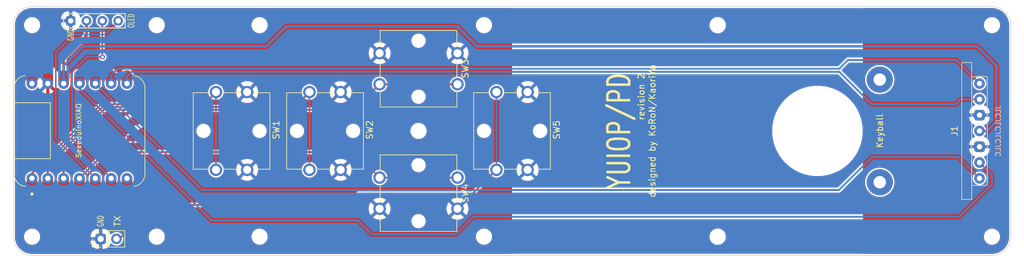
<source format=kicad_pcb>
(kicad_pcb (version 20211014) (generator pcbnew)
  (title_block (title "YUIOP/Pointing Device") (date "2023-01-24") (rev "2") (company "KaoriYa"))
  (layers (0 "F.Cu" signal) (31 "B.Cu" signal) (34 "B.Paste" user) (35 "F.Paste" user) (36 "B.SilkS" user "B.Silkscreen") (37 "F.SilkS" user "F.Silkscreen") (38 "B.Mask" user) (39 "F.Mask" user) (44 "Edge.Cuts" user))
  (net 0 "")
  (net 1 "/MISO")
  (net 2 "/MOSI")
  (net 3 "GND")
  (net 4 "+3V3")
  (net 5 "/NCS")
  (net 6 "/SCK")
  (net 7 "/UART_TX")
  (net 11 "Net-(SW1-Pad2)")
  (net 12 "Net-(SW2-Pad2)")
  (net 13 "Net-(SW3-Pad2)")
  (net 14 "Net-(SW4-Pad2)")
  (net 15 "/SDA")
  (net 16 "/SCL")
  (footprint "MountingHole:MountingHole_2.1mm" (layer "F.Cu") (at 109.5 83)
    (fp_text reference "H2")
    (fp_text value "MountingHole")
    (pad "" np_thru_hole circle (at 0 0) (size 2.1 2.1) (drill 2.1) (layers *.Cu *.Mask))
  )
  (footprint "MountingHole:MountingHole_2.1mm" (layer "F.Cu") (at 109.5 117)
    (fp_text reference "H7")
    (fp_text value "MountingHole")
    (pad "" np_thru_hole circle (at 0 0) (size 2.1 2.1) (drill 2.1) (layers *.Cu *.Mask))
  )
  (footprint "yuiop:SW_PUSH-12mm_v2" (layer "F.Cu") (at 150 100 -90)
    (fp_text reference "SW5" (at -0.17 -7.16 90) (layer "F.SilkS"))
    (fp_text value "SW_Push")
    (fp_line (start -6.15 -6.15) (end 6.15 -6.15) (layer "F.SilkS") (width 0.12))
    (fp_line (start 6.15 -1.4) (end 6.15 1.4) (layer "F.SilkS") (width 0.12))
    (fp_line (start -6.15 6.15) (end -6.15 3.6) (layer "F.SilkS") (width 0.12))
    (fp_line (start -6.15 1.4) (end -6.15 -1.4) (layer "F.SilkS") (width 0.12))
    (fp_line (start 6.15 3.6) (end 6.15 6.15) (layer "F.SilkS") (width 0.12))
    (fp_line (start 6.15 -6.15) (end 6.15 -3.6) (layer "F.SilkS") (width 0.12))
    (fp_line (start -6.15 -3.6) (end -6.15 -6.15) (layer "F.SilkS") (width 0.12))
    (fp_line (start 6.15 6.15) (end -6.15 6.15) (layer "F.SilkS") (width 0.12))
    (pad "" np_thru_hole circle (at 0 -4.5 270) (size 1.524 1.524) (drill 1.8) (layers F&B.Cu *.Mask))
    (pad "" np_thru_hole circle (at 0 4.5 270) (size 1.524 1.524) (drill 1.8) (layers F&B.Cu *.Mask))
    (pad "1" thru_hole circle (at -6.25 -2.5 270) (size 2 2) (drill 1.3) (layers *.Cu *.Mask) (net 3 "GND"))
    (pad "1" thru_hole circle (at 6.25 -2.5 270) (size 2 2) (drill 1.3) (layers *.Cu *.Mask) (net 3 "GND"))
    (pad "2" thru_hole circle (at -6.25 2.5 270) (size 2 2) (drill 1.3) (layers *.Cu *.Mask) (net 7 "/UART_TX"))
    (pad "2" thru_hole circle (at 6.25 2.5 270) (size 2 2) (drill 1.3) (layers *.Cu *.Mask) (net 7 "/UART_TX"))
  )
  (footprint "Connector_PinHeader_2.54mm:PinHeader_1x02_P2.54mm_Vertical" (layer "F.Cu") (at 84 117.35 90)
    (fp_text reference "J2" hide)
    (fp_text value "UART")
    (fp_line (start -1.33 1.27) (end -1.33 3.87) (layer "F.SilkS") (width 0.12))
    (fp_line (start -1.33 3.87) (end 1.33 3.87) (layer "F.SilkS") (width 0.12))
    (fp_line (start 1.33 1.27) (end 1.33 3.87) (layer "F.SilkS") (width 0.12))
    (fp_line (start -1.33 -1.33) (end 0 -1.33) (layer "F.SilkS") (width 0.12))
    (fp_line (start -1.33 0) (end -1.33 -1.33) (layer "F.SilkS") (width 0.12))
    (fp_line (start -1.33 1.27) (end 1.33 1.27) (layer "F.SilkS") (width 0.12))
    (pad "1" thru_hole roundrect (at 0 0 90) (size 1.7 1.7) (drill 1) (layers *.Cu *.Mask) (net 3 "GND"))
    (pad "2" thru_hole oval (at 0 2.54 90) (size 1.7 1.7) (drill 1) (layers *.Cu *.Mask) (net 7 "/UART_TX"))
  )
  (footprint "yuiop:SW_PUSH-12mm_v2" (layer "F.Cu") (at 135 90)
    (fp_text reference "SW3" (at 7.5 0 90) (layer "F.SilkS"))
    (fp_text value "SW_Push")
    (fp_line (start -6.15 1.4) (end -6.15 -1.4) (layer "F.SilkS") (width 0.12))
    (fp_line (start -6.15 6.15) (end -6.15 3.6) (layer "F.SilkS") (width 0.12))
    (fp_line (start -6.15 -6.15) (end 6.15 -6.15) (layer "F.SilkS") (width 0.12))
    (fp_line (start 6.15 -6.15) (end 6.15 -3.6) (layer "F.SilkS") (width 0.12))
    (fp_line (start -6.15 -3.6) (end -6.15 -6.15) (layer "F.SilkS") (width 0.12))
    (fp_line (start 6.15 3.6) (end 6.15 6.15) (layer "F.SilkS") (width 0.12))
    (fp_line (start 6.15 -1.4) (end 6.15 1.4) (layer "F.SilkS") (width 0.12))
    (fp_line (start 6.15 6.15) (end -6.15 6.15) (layer "F.SilkS") (width 0.12))
    (pad "" np_thru_hole circle (at 0 -4.5) (size 1.524 1.524) (drill 1.8) (layers F&B.Cu *.Mask))
    (pad "" np_thru_hole circle (at 0 4.5) (size 1.524 1.524) (drill 1.8) (layers F&B.Cu *.Mask))
    (pad "1" thru_hole circle (at 6.25 -2.5) (size 2 2) (drill 1.3) (layers *.Cu *.Mask) (net 3 "GND"))
    (pad "1" thru_hole circle (at -6.25 -2.5) (size 2 2) (drill 1.3) (layers *.Cu *.Mask) (net 3 "GND"))
    (pad "2" thru_hole circle (at -6.25 2.5) (size 2 2) (drill 1.3) (layers *.Cu *.Mask) (net 13 "Net-(SW3-Pad2)"))
    (pad "2" thru_hole circle (at 6.25 2.5) (size 2 2) (drill 1.3) (layers *.Cu *.Mask) (net 13 "Net-(SW3-Pad2)"))
  )
  (footprint "MountingHole:MountingHole_2.1mm" (layer "F.Cu") (at 93 83)
    (fp_text reference "H10")
    (fp_text value "MountingHole")
    (pad "" np_thru_hole circle (at 0 0) (size 2.1 2.1) (drill 2.1) (layers *.Cu *.Mask))
  )
  (footprint "yuiop:OLED_128x32" (layer "F.Cu") (at 83 82.3 180)
    (fp_text reference "J4" hide)
    (fp_text value "OLED" hide)
    (fp_text user "OLED" (at -5.9 0 90) (layer "F.SilkS") (effects (font (size 1 0.6) (thickness 0.1))))
    (fp_line (start -4.95 1.15) (end -4.95 -1.15) (layer "F.SilkS") (width 0.15))
    (fp_line (start 4.95 -1.15) (end 4.95 1.15) (layer "F.SilkS") (width 0.15))
    (fp_line (start -4.95 -1.15) (end 4.95 -1.15) (layer "F.SilkS") (width 0.15))
    (fp_line (start -4.95 1.15) (end 4.95 1.15) (layer "F.SilkS") (width 0.15))
    (pad "1" thru_hole circle (at -3.81 0 180) (size 1.55 1.55) (drill 0.85) (layers *.Cu *.Mask) (net 15 "/SDA"))
    (pad "2" thru_hole circle (at -1.27 0 180) (size 1.55 1.55) (drill 0.85) (layers *.Cu *.Mask) (net 16 "/SCL"))
    (pad "3" thru_hole circle (at 1.27 0 180) (size 1.55 1.55) (drill 0.85) (layers *.Cu *.Mask) (net 4 "+3V3"))
    (pad "4" thru_hole roundrect (at 3.81 0 180) (size 1.55 1.55) (drill 0.85) (layers *.Cu *.Mask) (net 3 "GND"))
  )
  (footprint "MountingHole:MountingHole_2.1mm" (layer "F.Cu") (at 135 100)
    (fp_text reference "H5")
    (fp_text value "MountingHole")
    (pad "" np_thru_hole circle (at 0 0) (size 2.1 2.1) (drill 2.1) (layers *.Cu *.Mask))
  )
  (footprint "MountingHole:MountingHole_2.1mm" (layer "F.Cu") (at 183 83)
    (fp_text reference "H12")
    (fp_text value "MountingHole")
    (pad "" np_thru_hole circle (at 0 0) (size 2.1 2.1) (drill 2.1) (layers *.Cu *.Mask))
  )
  (footprint "MountingHole:MountingHole_2.1mm" (layer "F.Cu") (at 227 83)
    (fp_text reference "H4")
    (fp_text value "MountingHole")
    (pad "" np_thru_hole circle (at 0 0) (size 2.1 2.1) (drill 2.1) (layers *.Cu *.Mask))
  )
  (footprint "MountingHole:MountingHole_2.1mm" (layer "F.Cu") (at 93 117)
    (fp_text reference "H11")
    (fp_text value "MountingHole")
    (pad "" np_thru_hole circle (at 0 0) (size 2.1 2.1) (drill 2.1) (layers *.Cu *.Mask))
  )
  (footprint "yuiop:SW_PUSH-12mm_v2" (layer "F.Cu") (at 135 110 180)
    (fp_text reference "SW4" (at -7.5 0 90) (layer "F.SilkS"))
    (fp_text value "SW_Push")
    (fp_line (start 6.15 -1.4) (end 6.15 1.4) (layer "F.SilkS") (width 0.12))
    (fp_line (start -6.15 -3.6) (end -6.15 -6.15) (layer "F.SilkS") (width 0.12))
    (fp_line (start -6.15 6.15) (end -6.15 3.6) (layer "F.SilkS") (width 0.12))
    (fp_line (start -6.15 1.4) (end -6.15 -1.4) (layer "F.SilkS") (width 0.12))
    (fp_line (start 6.15 3.6) (end 6.15 6.15) (layer "F.SilkS") (width 0.12))
    (fp_line (start 6.15 6.15) (end -6.15 6.15) (layer "F.SilkS") (width 0.12))
    (fp_line (start 6.15 -6.15) (end 6.15 -3.6) (layer "F.SilkS") (width 0.12))
    (fp_line (start -6.15 -6.15) (end 6.15 -6.15) (layer "F.SilkS") (width 0.12))
    (pad "" np_thru_hole circle (at 0 -4.5 180) (size 1.524 1.524) (drill 1.8) (layers F&B.Cu *.Mask))
    (pad "" np_thru_hole circle (at 0 4.5 180) (size 1.524 1.524) (drill 1.8) (layers F&B.Cu *.Mask))
    (pad "1" thru_hole circle (at 6.25 -2.5 180) (size 2 2) (drill 1.3) (layers *.Cu *.Mask) (net 3 "GND"))
    (pad "1" thru_hole circle (at -6.25 -2.5 180) (size 2 2) (drill 1.3) (layers *.Cu *.Mask) (net 3 "GND"))
    (pad "2" thru_hole circle (at 6.25 2.5 180) (size 2 2) (drill 1.3) (layers *.Cu *.Mask) (net 14 "Net-(SW4-Pad2)"))
    (pad "2" thru_hole circle (at -6.25 2.5 180) (size 2 2) (drill 1.3) (layers *.Cu *.Mask) (net 14 "Net-(SW4-Pad2)"))
  )
  (footprint "MountingHole:MountingHole_2.1mm" (layer "F.Cu") (at 227 117)
    (fp_text reference "H9")
    (fp_text value "MountingHole")
    (pad "" np_thru_hole circle (at 0 0) (size 2.1 2.1) (drill 2.1) (layers *.Cu *.Mask))
  )
  (footprint "Seeeduino XIAO KICAD:Seeeduino XIAO TH r2" (layer "F.Cu") (at 80.6 100 90)
    (fp_text reference "U1")
    (fp_text value "SeeeduinoXIAO" (at 0.04889 -0.11831 90) (layer "F.SilkS") (effects (font (size 0.8 0.8) (thickness 0.12))))
    (fp_line (start 4.54342 -4.66982) (end -4.4558 -4.66982) (layer "F.SilkS") (width 0.12))
    (fp_line (start 6.900001 -10.5) (end -6.899999 -10.5) (layer "F.SilkS") (width 0.12))
    (fp_line (start 4.54342 -10.5) (end 4.54342 -4.66982) (layer "F.SilkS") (width 0.12))
    (fp_line (start -4.4558 -4.66982) (end -4.4558 -10.5) (layer "F.SilkS") (width 0.12))
    (fp_line (start -6.899999 10.5) (end 6.900001 10.5) (layer "F.SilkS") (width 0.12))
    (fp_arc (start -8.899999 -8.7) (mid -8.245361 -9.983735) (end -6.899999 -10.5) (layer "F.SilkS") (width 0.12))
    (fp_arc (start 6.900001 -10.5) (mid 8.245364 -9.983736) (end 8.900001 -8.7) (layer "F.SilkS") (width 0.12))
    (fp_arc (start 8.900001 8.7) (mid 8.245363 9.983735) (end 6.900001 10.5) (layer "F.SilkS") (width 0.12))
    (fp_arc (start -6.899999 10.5) (mid -8.245362 9.983736) (end -8.899999 8.7) (layer "F.SilkS") (width 0.12))
    (fp_circle (center -10.16 -7.62) (end -10.16 -7.874) (layer "F.SilkS") (width 0) (fill solid))
    (pad "1" thru_hole custom (at -7.62 -7.62 90) (size 1.7 1.7) (drill 0.85) (layers *.Cu *.Mask) (net 11 "Net-(SW1-Pad2)") (options (clearance outline) (anchor circle)) (primitives))
    (pad "1" smd oval (at -8.255 -7.62 90) (size 3 1.7) (layers "F.Cu" "F.Paste" "F.Mask") (net 11 "Net-(SW1-Pad2)"))
    (pad "2" smd oval (at -8.255 -5.08 90) (size 3 1.7) (layers "F.Cu" "F.Paste" "F.Mask") (net 12 "Net-(SW2-Pad2)"))
    (pad "2" thru_hole circle (at -7.62 -5.08 90) (size 1.7 1.7) (drill 0.85) (layers *.Cu *.Mask) (net 12 "Net-(SW2-Pad2)"))
    (pad "3" smd oval (at -8.255 -2.54 90) (size 3 1.7) (layers "F.Cu" "F.Paste" "F.Mask") (net 13 "Net-(SW3-Pad2)"))
    (pad "3" thru_hole circle (at -7.62 -2.54 90) (size 1.7 1.7) (drill 0.85) (layers *.Cu *.Mask) (net 13 "Net-(SW3-Pad2)"))
    (pad "4" thru_hole circle (at -7.62 0 90) (size 1.7 1.7) (drill 0.85) (layers *.Cu *.Mask) (net 14 "Net-(SW4-Pad2)"))
    (pad "4" smd oval (at -8.255 0 90) (size 3 1.7) (layers "F.Cu" "F.Paste" "F.Mask") (net 14 "Net-(SW4-Pad2)"))
    (pad "5" smd oval (at -8.255 2.54 90) (size 3 1.7) (layers "F.Cu" "F.Paste" "F.Mask") (net 15 "/SDA"))
    (pad "5" thru_hole circle (at -7.62 2.54 90) (size 1.7 1.7) (drill 0.85) (layers *.Cu *.Mask) (net 15 "/SDA"))
    (pad "6" thru_hole circle (at -7.62 5.08 90) (size 1.7 1.7) (drill 0.85) (layers *.Cu *.Mask) (net 16 "/SCL"))
    (pad "6" smd oval (at -8.255 5.08 90) (size 3 1.7) (layers "F.Cu" "F.Paste" "F.Mask") (net 16 "/SCL"))
    (pad "7" smd oval (at -8.255 7.62 90) (size 3 1.7) (layers "F.Cu" "F.Paste" "F.Mask") (net 7 "/UART_TX"))
    (pad "7" thru_hole circle (at -7.62 7.62 90) (size 1.7 1.7) (drill 0.85) (layers *.Cu *.Mask) (net 7 "/UART_TX"))
    (pad "8" thru_hole circle (at 7.62 7.62 90) (size 1.7 1.7) (drill 0.85) (layers *.Cu *.Mask) (net 5 "/NCS"))
    (pad "8" smd oval (at 8.255 7.62 90) (size 3 1.7) (layers "F.Cu" "F.Paste" "F.Mask") (net 5 "/NCS"))
    (pad "9" thru_hole circle (at 7.62 5.08 90) (size 1.7 1.7) (drill 0.85) (layers *.Cu *.Mask) (net 6 "/SCK"))
    (pad "9" smd oval (at 8.255 5.08 90) (size 3 1.7) (layers "F.Cu" "F.Paste" "F.Mask") (net 6 "/SCK"))
    (pad "10" thru_hole circle (at 7.62 2.54 90) (size 1.7 1.7) (drill 0.85) (layers *.Cu *.Mask) (net 1 "/MISO"))
    (pad "10" smd oval (at 8.255 2.54 90) (size 3 1.7) (layers "F.Cu" "F.Paste" "F.Mask") (net 1 "/MISO"))
    (pad "11" smd oval (at 8.255 0 90) (size 3 1.7) (layers "F.Cu" "F.Paste" "F.Mask") (net 2 "/MOSI"))
    (pad "11" thru_hole circle (at 7.62 0 90) (size 1.7 1.7) (drill 0.85) (layers *.Cu *.Mask) (net 2 "/MOSI"))
    (pad "12" thru_hole circle (at 7.62 -2.54 90) (size 1.7 1.7) (drill 0.85) (layers *.Cu *.Mask) (net 4 "+3V3"))
    (pad "12" smd oval (at 8.255 -2.54 90) (size 3 1.7) (layers "F.Cu" "F.Paste" "F.Mask") (net 4 "+3V3"))
    (pad "13" smd oval (at 8.255 -5.08 90) (size 3 1.7) (layers "F.Cu" "F.Paste" "F.Mask") (net 3 "GND"))
    (pad "13" thru_hole circle (at 7.62 -5.08 90) (size 1.7 1.7) (drill 0.85) (layers *.Cu *.Mask) (net 3 "GND"))
    (pad "14" thru_hole circle (at 7.62 -7.62 90) (size 1.7 1.7) (drill 0.85) (layers *.Cu *.Mask))
    (pad "14" smd oval (at 8.255 -7.62 90) (size 3 1.7) (layers "F.Cu" "F.Paste" "F.Mask"))
    (pad "15" smd oval (at -1.15 8.6 180) (size 2.032 1.016) (layers "F.Cu" "F.Paste" "F.Mask"))
    (pad "16" smd oval (at 1.4 8.6 180) (size 2.032 1.016) (layers "F.Cu" "F.Paste" "F.Mask") (net 3 "GND"))
    (pad "17" smd circle (at -1.151197 -8.404187 180) (size 1.143 1.143) (layers "F.Cu" "F.Paste" "F.Mask"))
    (pad "18" smd circle (at 1.388803 -8.404187 180) (size 1.143 1.143) (layers "F.Cu" "F.Paste" "F.Mask"))
    (pad "19" smd circle (at -1.151197 -5.864187 180) (size 1.143 1.143) (layers "F.Cu" "F.Paste" "F.Mask"))
    (pad "20" smd circle (at 1.388803 -5.864187 180) (size 1.143 1.143) (layers "F.Cu" "F.Paste" "F.Mask") (net 3 "GND"))
  )
  (footprint "MountingHole:MountingHole_2.1mm" (layer "F.Cu") (at 145.5 83)
    (fp_text reference "H3")
    (fp_text value "MountingHole")
    (pad "" np_thru_hole circle (at 0 0) (size 2.1 2.1) (drill 2.1) (layers *.Cu *.Mask))
  )
  (footprint "yuiop:SW_PUSH-12mm_v2" (layer "F.Cu") (at 120 100 -90)
    (fp_text reference "SW2" (at -0.17 -7.16 90) (layer "F.SilkS"))
    (fp_text value "SW_Push")
    (fp_line (start 6.15 3.6) (end 6.15 6.15) (layer "F.SilkS") (width 0.12))
    (fp_line (start -6.15 6.15) (end -6.15 3.6) (layer "F.SilkS") (width 0.12))
    (fp_line (start -6.15 1.4) (end -6.15 -1.4) (layer "F.SilkS") (width 0.12))
    (fp_line (start 6.15 -6.15) (end 6.15 -3.6) (layer "F.SilkS") (width 0.12))
    (fp_line (start 6.15 -1.4) (end 6.15 1.4) (layer "F.SilkS") (width 0.12))
    (fp_line (start 6.15 6.15) (end -6.15 6.15) (layer "F.SilkS") (width 0.12))
    (fp_line (start -6.15 -3.6) (end -6.15 -6.15) (layer "F.SilkS") (width 0.12))
    (fp_line (start -6.15 -6.15) (end 6.15 -6.15) (layer "F.SilkS") (width 0.12))
    (pad "" np_thru_hole circle (at 0 -4.5 270) (size 1.524 1.524) (drill 1.8) (layers F&B.Cu *.Mask))
    (pad "" np_thru_hole circle (at 0 4.5 270) (size 1.524 1.524) (drill 1.8) (layers F&B.Cu *.Mask))
    (pad "1" thru_hole circle (at 6.25 -2.5 270) (size 2 2) (drill 1.3) (layers *.Cu *.Mask) (net 3 "GND"))
    (pad "1" thru_hole circle (at -6.25 -2.5 270) (size 2 2) (drill 1.3) (layers *.Cu *.Mask) (net 3 "GND"))
    (pad "2" thru_hole circle (at 6.25 2.5 270) (size 2 2) (drill 1.3) (layers *.Cu *.Mask) (net 12 "Net-(SW2-Pad2)"))
    (pad "2" thru_hole circle (at -6.25 2.5 270) (size 2 2) (drill 1.3) (layers *.Cu *.Mask) (net 12 "Net-(SW2-Pad2)"))
  )
  (footprint "MountingHole:MountingHole_2.1mm" (layer "F.Cu") (at 73 117)
    (fp_text reference "H6")
    (fp_text value "MountingHole")
    (pad "" np_thru_hole circle (at 0 0) (size 2.1 2.1) (drill 2.1) (layers *.Cu *.Mask))
  )
  (footprint "yuiop:SW_PUSH-12mm_v2" (layer "F.Cu") (at 105 100 -90)
    (fp_text reference "SW1" (at -0.17 -7.16 90) (layer "F.SilkS"))
    (fp_text value "SW_Push")
    (fp_line (start 6.15 -6.15) (end 6.15 -3.6) (layer "F.SilkS") (width 0.12))
    (fp_line (start 6.15 6.15) (end -6.15 6.15) (layer "F.SilkS") (width 0.12))
    (fp_line (start 6.15 3.6) (end 6.15 6.15) (layer "F.SilkS") (width 0.12))
    (fp_line (start -6.15 -3.6) (end -6.15 -6.15) (layer "F.SilkS") (width 0.12))
    (fp_line (start -6.15 -6.15) (end 6.15 -6.15) (layer "F.SilkS") (width 0.12))
    (fp_line (start -6.15 1.4) (end -6.15 -1.4) (layer "F.SilkS") (width 0.12))
    (fp_line (start 6.15 -1.4) (end 6.15 1.4) (layer "F.SilkS") (width 0.12))
    (fp_line (start -6.15 6.15) (end -6.15 3.6) (layer "F.SilkS") (width 0.12))
    (pad "" np_thru_hole circle (at 0 -4.5 270) (size 1.524 1.524) (drill 1.8) (layers F&B.Cu *.Mask))
    (pad "" np_thru_hole circle (at 0 4.5 270) (size 1.524 1.524) (drill 1.8) (layers F&B.Cu *.Mask))
    (pad "1" thru_hole circle (at -6.25 -2.5 270) (size 2 2) (drill 1.3) (layers *.Cu *.Mask) (net 3 "GND"))
    (pad "1" thru_hole circle (at 6.25 -2.5 270) (size 2 2) (drill 1.3) (layers *.Cu *.Mask) (net 3 "GND"))
    (pad "2" thru_hole circle (at -6.25 2.5 270) (size 2 2) (drill 1.3) (layers *.Cu *.Mask) (net 11 "Net-(SW1-Pad2)"))
    (pad "2" thru_hole circle (at 6.25 2.5 270) (size 2 2) (drill 1.3) (layers *.Cu *.Mask) (net 11 "Net-(SW1-Pad2)"))
  )
  (footprint "MountingHole:MountingHole_2.1mm" (layer "F.Cu") (at 183 117)
    (fp_text reference "H13")
    (fp_text value "MountingHole")
    (pad "" np_thru_hole circle (at 0 0) (size 2.1 2.1) (drill 2.1) (layers *.Cu *.Mask))
  )
  (footprint "yuiop:KeyballSensor_on_PCB" (layer "F.Cu") (at 225 100 90)
    (fp_text reference "J1" (at 0 -4 90) (layer "F.SilkS"))
    (fp_text value "Keyball" (at 0 -16 90) (layer "F.SilkS"))
    (fp_rect (start 11 -1.25) (end -11 -2.85) (layer "F.SilkS") (width 0.1) (fill none))
    (fp_rect (start -8.75 -1.25) (end 8.75 1.25) (layer "F.SilkS") (width 0.1) (fill none))
    (pad "" np_thru_hole circle (at 0 -26 90) (size 14 14) (drill 14) (layers F&B.Cu *.Mask))
    (pad "" np_thru_hole circle (at -8.25 -16 180) (size 4.2 4.2) (drill 2) (layers F&B.Cu *.Mask))
    (pad "" np_thru_hole circle (at 8.25 -16 180) (size 4.2 4.2) (drill 2) (layers F&B.Cu *.Mask))
    (pad "1" thru_hole oval (at -7.62 0 180) (size 1.7 1.7) (drill 0.85) (layers *.Cu *.Mask) (net 1 "/MISO"))
    (pad "2" thru_hole oval (at -5.08 0 180) (size 1.7 1.7) (drill 0.85) (layers *.Cu *.Mask) (net 2 "/MOSI"))
    (pad "3" thru_hole roundrect (at -2.54 0 180) (size 1.7 1.7) (drill 0.85) (layers *.Cu *.Mask) (net 3 "GND"))
    (pad "4" thru_hole oval (at 0 0 180) (size 1.7 1.7) (drill 0.85) (layers *.Cu *.Mask) (net 4 "+3V3"))
    (pad "5" thru_hole roundrect (at 2.54 0 180) (size 1.7 1.7) (drill 0.85) (layers *.Cu *.Mask) (net 3 "GND"))
    (pad "6" thru_hole oval (at 5.08 0 180) (size 1.7 1.7) (drill 0.85) (layers *.Cu *.Mask) (net 5 "/NCS"))
    (pad "7" thru_hole oval (at 7.62 0 180) (size 1.7 1.7) (drill 0.85) (layers *.Cu *.Mask) (net 6 "/SCK"))
  )
  (footprint "MountingHole:MountingHole_2.1mm" (layer "F.Cu") (at 145.5 117)
    (fp_text reference "H8")
    (fp_text value "MountingHole")
    (pad "" np_thru_hole circle (at 0 0) (size 2.1 2.1) (drill 2.1) (layers *.Cu *.Mask))
  )
  (footprint "MountingHole:MountingHole_2.1mm" (layer "F.Cu") (at 73 83)
    (fp_text reference "H1")
    (fp_text value "MountingHole")
    (pad "" np_thru_hole circle (at 0 0) (size 2.1 2.1) (drill 2.1) (layers *.Cu *.Mask))
  )
  (gr_line (start 227 120) (end 73 120) (layer "Edge.Cuts") (width 0.1))
  (gr_line (start 230 83) (end 230 117) (layer "Edge.Cuts") (width 0.1))
  (gr_line (start 70 117) (end 70 83) (layer "Edge.Cuts") (width 0.1))
  (gr_arc (start 73 120) (mid 70.87868 119.12132) (end 70 117) (layer "Edge.Cuts") (width 0.1))
  (gr_arc (start 230 117) (mid 229.12132 119.12132) (end 227 120) (layer "Edge.Cuts") (width 0.1))
  (gr_arc (start 227 80) (mid 229.12132 80.87868) (end 230 83) (layer "Edge.Cuts") (width 0.1))
  (gr_line (start 73 80) (end 227 80) (layer "Edge.Cuts") (width 0.1))
  (gr_arc (start 70 83) (mid 70.87868 80.87868) (end 73 80) (layer "Edge.Cuts") (width 0.1))
  (gr_text "JLCJLCJLCJLC" (at 228 100 90) (layer "B.SilkS") (effects (font (size 0.8 0.8)) (justify mirror)))
  (gr_text "designed by KoRoN/KaoriYa" (at 172.5 100 90) (layer "F.SilkS") (effects (font (size 1 1))))
  (gr_text "YUIOP/PD" (at 167.2 100 90) (layer "F.SilkS") (effects (font (size 3.5 2.5) (thickness 0.4))))
  (gr_text "GND" (at 79.2 84.6 90) (layer "F.SilkS") (effects (font (size 1 0.6) (thickness 0.1))))
  (gr_text "revision 2" (at 170.75 94.5 90) (layer "F.SilkS") (effects (font (size 1 1))))
  (gr_text "GND" (at 84 114.5 90) (layer "F.SilkS") (effects (font (size 1 0.6) (thickness 0.1))))
  (gr_text "TX" (at 86.7 114.5 90) (layer "F.SilkS") (effects (font (size 1 1))))
  (segment (start 83.14 92.38) (end 100.26048 109.50048) (width 0.3) (layer "B.Cu") (net 1))
  (segment (start 221.58 104.2) (end 225 107.62) (width 0.3) (layer "B.Cu") (net 1))
  (segment (start 202.44952 109.50048) (end 207.75 104.2) (width 0.3) (layer "B.Cu") (net 1))
  (segment (start 207.75 104.2) (end 221.58 104.2) (width 0.3) (layer "B.Cu") (net 1))
  (segment (start 100.26048 109.50048) (end 202.44952 109.50048) (width 0.3) (layer "B.Cu") (net 1))
  (segment (start 125.3 114.4) (end 127.5 116.6) (width 0.3) (layer "B.Cu") (net 2))
  (segment (start 127.5 116.6) (end 141 116.6) (width 0.3) (layer "B.Cu") (net 2))
  (segment (start 80.6 93.2) (end 101.8 114.4) (width 0.3) (layer "B.Cu") (net 2))
  (segment (start 101.8 114.4) (end 125.3 114.4) (width 0.3) (layer "B.Cu") (net 2))
  (segment (start 227 108.6) (end 227 107.08) (width 0.3) (layer "B.Cu") (net 2))
  (segment (start 141 116.6) (end 143.8 113.8) (width 0.3) (layer "B.Cu") (net 2))
  (segment (start 80.6 92.38) (end 80.6 93.2) (width 0.3) (layer "B.Cu") (net 2))
  (segment (start 221.8 113.8) (end 227 108.6) (width 0.3) (layer "B.Cu") (net 2))
  (segment (start 143.8 113.8) (end 221.8 113.8) (width 0.3) (layer "B.Cu") (net 2))
  (segment (start 227 107.08) (end 225 105.08) (width 0.3) (layer "B.Cu") (net 2))
  (segment (start 78.06 88.34) (end 78.06 92.38) (width 0.4) (layer "F.Cu") (net 4))
  (segment (start 81.73 84.67) (end 78.06 88.34) (width 0.4) (layer "F.Cu") (net 4))
  (segment (start 81.73 82.3) (end 81.73 84.67) (width 0.4) (layer "F.Cu") (net 4))
  (segment (start 81.2 86.4) (end 110.6 86.4) (width 0.4) (layer "B.Cu") (net 4))
  (segment (start 113.8 83.2) (end 141.2 83.2) (width 0.4) (layer "B.Cu") (net 4))
  (segment (start 110.6 86.4) (end 113.8 83.2) (width 0.4) (layer "B.Cu") (net 4))
  (segment (start 78.06 92.38) (end 78.06 89.54) (width 0.4) (layer "B.Cu") (net 4))
  (segment (start 227.7 89.5) (end 227.7 98.5) (width 0.4) (layer "B.Cu") (net 4))
  (segment (start 78.06 89.54) (end 81.2 86.4) (width 0.4) (layer "B.Cu") (net 4))
  (segment (start 224.6 86.4) (end 227.7 89.5) (width 0.4) (layer "B.Cu") (net 4))
  (segment (start 144.4 86.4) (end 224.6 86.4) (width 0.4) (layer "B.Cu") (net 4))
  (segment (start 227.7 98.5) (end 226.2 100) (width 0.4) (layer "B.Cu") (net 4))
  (segment (start 226.2 100) (end 225 100) (width 0.4) (layer "B.Cu") (net 4))
  (segment (start 141.2 83.2) (end 144.4 86.4) (width 0.4) (layer "B.Cu") (net 4))
  (segment (start 221.2 95.7) (end 221.98 94.92) (width 0.3) (layer "B.Cu") (net 5))
  (segment (start 207.7 95.7) (end 221.2 95.7) (width 0.3) (layer "B.Cu") (net 5))
  (segment (start 89 90.5) (end 202.5 90.5) (width 0.3) (layer "B.Cu") (net 5))
  (segment (start 202.5 90.5) (end 207.7 95.7) (width 0.3) (layer "B.Cu") (net 5))
  (segment (start 221.98 94.92) (end 225 94.92) (width 0.3) (layer "B.Cu") (net 5))
  (segment (start 88.22 92.38) (end 88.22 91.28) (width 0.3) (layer "B.Cu") (net 5))
  (segment (start 88.22 91.28) (end 89 90.5) (width 0.3) (layer "B.Cu") (net 5))
  (segment (start 86.7 90) (end 202.5 90) (width 0.3) (layer "B.Cu") (net 6))
  (segment (start 202.5 90) (end 203.9 88.6) (width 0.3) (layer "B.Cu") (net 6))
  (segment (start 85.68 91.02) (end 86.7 90) (width 0.3) (layer "B.Cu") (net 6))
  (segment (start 203.9 88.6) (end 221.22 88.6) (width 0.3) (layer "B.Cu") (net 6))
  (segment (start 85.68 92.38) (end 85.68 91.02) (width 0.3) (layer "B.Cu") (net 6))
  (segment (start 221.22 88.6) (end 225 92.38) (width 0.3) (layer "B.Cu") (net 6))
  (segment (start 91.865 111.9) (end 123.55 111.9) (width 0.25) (layer "F.Cu") (net 7))
  (segment (start 88.22 107.62) (end 88.22 116.15) (width 0.25) (layer "F.Cu") (net 7))
  (segment (start 88.22 116.15) (end 86.62 117.75) (width 0.25) (layer "F.Cu") (net 7))
  (segment (start 143.65 110.1) (end 147.5 106.25) (width 0.25) (layer "F.Cu") (net 7))
  (segment (start 123.55 111.9) (end 125.35 110.1) (width 0.25) (layer "F.Cu") (net 7))
  (segment (start 88.22 108.255) (end 91.865 111.9) (width 0.25) (layer "F.Cu") (net 7))
  (segment (start 125.35 110.1) (end 143.65 110.1) (width 0.25) (layer "F.Cu") (net 7))
  (segment (start 147.5 106.25) (end 147.5 93.75) (width 0.25) (layer "B.Cu") (net 7))
  (segment (start 100.54904 95.70096) (end 102.5 93.75) (width 0.25) (layer "F.Cu") (net 11))
  (segment (start 84.099042 95.70096) (end 100.54904 95.70096) (width 0.25) (layer "F.Cu") (net 11))
  (segment (start 72.98 106.82) (end 84.099042 95.70096) (width 0.25) (layer "F.Cu") (net 11))
  (segment (start 72.98 107.62) (end 72.98 106.82) (width 0.25) (layer "F.Cu") (net 11))
  (segment (start 102.5 93.75) (end 102.5 106.25) (width 0.25) (layer "B.Cu") (net 11))
  (segment (start 115.09952 96.15048) (end 117.5 93.75) (width 0.25) (layer "F.Cu") (net 12))
  (segment (start 75.52 107.62) (end 75.52 104.915718) (width 0.25) (layer "F.Cu") (net 12))
  (segment (start 75.52 104.915718) (end 84.285239 96.15048) (width 0.25) (layer "F.Cu") (net 12))
  (segment (start 84.285239 96.15048) (end 115.09952 96.15048) (width 0.25) (layer "F.Cu") (net 12))
  (segment (start 117.5 93.75) (end 117.5 106.25) (width 0.25) (layer "B.Cu") (net 12))
  (segment (start 78.06 107.62) (end 78.06 103.011436) (width 0.25) (layer "F.Cu") (net 13))
  (segment (start 128.75 92.5) (end 141.25 92.5) (width 0.25) (layer "F.Cu") (net 13))
  (segment (start 124.65 96.6) (end 128.75 92.5) (width 0.25) (layer "F.Cu") (net 13))
  (segment (start 78.06 103.011436) (end 84.471436 96.6) (width 0.25) (layer "F.Cu") (net 13))
  (segment (start 84.471436 96.6) (end 124.65 96.6) (width 0.25) (layer "F.Cu") (net 13))
  (segment (start 84.82 103.4) (end 124.65 103.4) (width 0.25) (layer "F.Cu") (net 14))
  (segment (start 80.6 107.62) (end 84.82 103.4) (width 0.25) (layer "F.Cu") (net 14))
  (segment (start 124.65 103.4) (end 128.75 107.5) (width 0.25) (layer "F.Cu") (net 14))
  (segment (start 128.75 107.5) (end 141.25 107.5) (width 0.25) (layer "F.Cu") (net 14))
  (segment (start 83.14 107.62) (end 76.8 101.28) (width 0.25) (layer "B.Cu") (net 15))
  (segment (start 86.81 82.39) (end 86.81 82.3) (width 0.25) (layer "B.Cu") (net 15))
  (segment (start 79.7 84.5) (end 84.7 84.5) (width 0.25) (layer "B.Cu") (net 15))
  (segment (start 84.7 84.5) (end 86.81 82.39) (width 0.25) (layer "B.Cu") (net 15))
  (segment (start 76.8 87.4) (end 79.7 84.5) (width 0.25) (layer "B.Cu") (net 15))
  (segment (start 76.8 101.28) (end 76.8 87.4) (width 0.25) (layer "B.Cu") (net 15))
  (segment (start 84.27 88.07) (end 84.27 82.3) (width 0.25) (layer "F.Cu") (net 16))
  (segment (start 84.3 88.1) (end 84.27 88.07) (width 0.25) (layer "F.Cu") (net 16))
  (via (at 84.3 88.1) (size 0.8) (drill 0.4) (layers "F.Cu" "B.Cu") (net 16))
  (segment (start 81.8 88.1) (end 79.425489 90.474511) (width 0.25) (layer "B.Cu") (net 16))
  (segment (start 79.425489 90.474511) (end 79.425489 101.365489) (width 0.25) (layer "B.Cu") (net 16))
  (segment (start 84.3 88.1) (end 81.8 88.1) (width 0.25) (layer "B.Cu") (net 16))
  (segment (start 79.425489 101.365489) (end 85.68 107.62) (width 0.25) (layer "B.Cu") (net 16))
  (zone (net 3) (net_name "GND") (layers F&B.Cu) (connect_pads (clearance 0.254)) (min_thickness 0.254) (fill yes (thermal_gap 0.762) (thermal_bridge_width 0.508))
    (polygon (pts (xy 231 121) (xy 69 121) (xy 69 79) (xy 231 79)))
  )
  (zone (net 0) (net_name "") (layer "F.Cu") (connect_pads (clearance 0)) (min_thickness 0.254)
    (keepout (tracks allowed) (vias allowed) (pads allowed) (copperpour not_allowed) (footprints allowed))
    (fill (thermal_gap 0.762) (thermal_bridge_width 0.508))
    (polygon (pts (xy 206.3 120) (xy 150 120) (xy 150 80) (xy 206.3 80)))
  )
)
</source>
